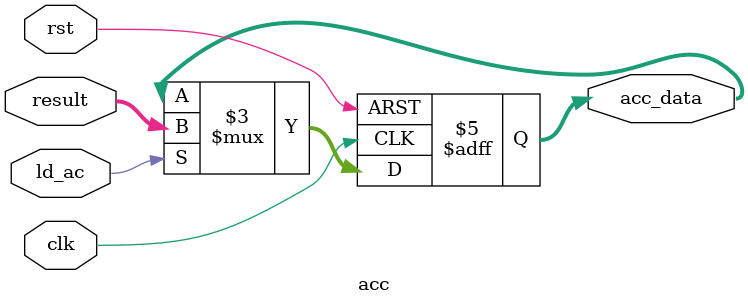
<source format=v>
module acc(
    input wire clk,
    input wire rst,
    input wire ld_ac,
    input wire [7:0] result,
    output reg [7:0] acc_data
);

always @(posedge clk or posedge rst) begin
    if (rst) 
        acc_data <= 0;
    else if (ld_ac)
        acc_data <= result;
    else
        acc_data <= acc_data;
end

endmodule
</source>
